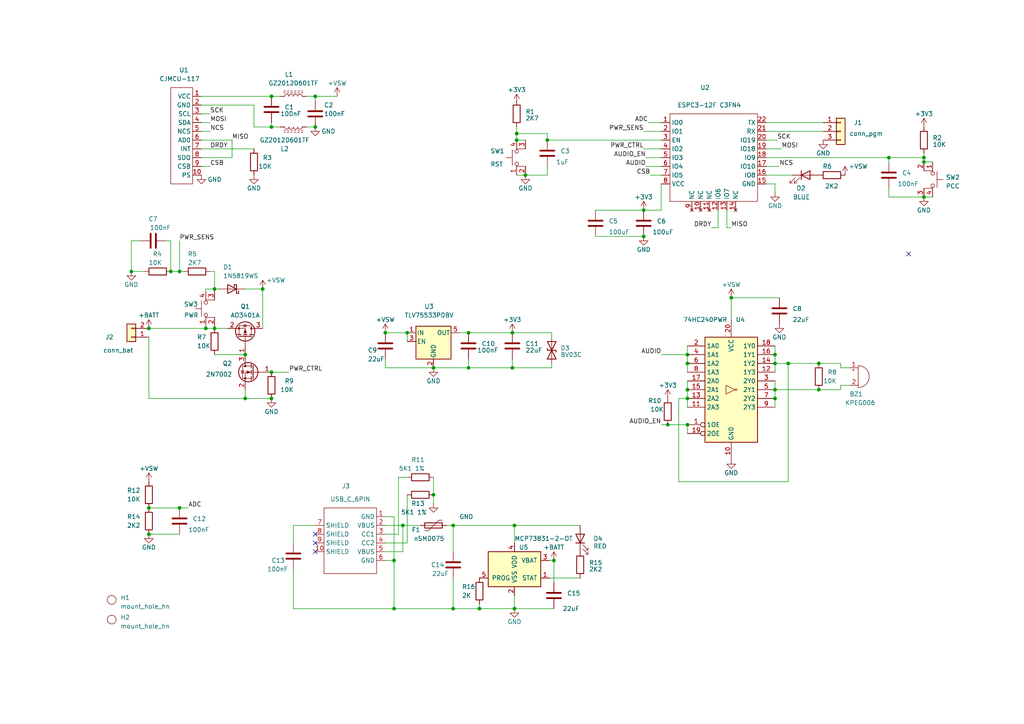
<source format=kicad_sch>
(kicad_sch (version 20220126) (generator eeschema)
  (paper "A4")
  (lib_symbols
    (symbol "00_hari:CJMCU-117"
      (property "Reference" "U" (at 0 11.43 0))
      (property "Value" "CJMCU-117" (at 0 8.89 0))
      (symbol "CJMCU-117_0_1"
        (rectangle (start -6.35 2.54) (end 0 -25.4))
      )
      (symbol "CJMCU-117_1_1"
        (pin passive line (at 2.54 0 180) (length 2.54) (name "VCC") (number "1"))
        (pin input line (at 2.54 -22.86 180) (length 2.54) (name "PS") (number "10"))
        (pin passive line (at 2.54 -2.54 180) (length 2.54) (name "GND") (number "2"))
        (pin input line (at 2.54 -5.08 180) (length 2.54) (name "SCL") (number "3"))
        (pin bidirectional line (at 2.54 -7.62 180) (length 2.54) (name "SDA") (number "4"))
        (pin input line (at 2.54 -10.16 180) (length 2.54) (name "NCS") (number "5"))
        (pin input line (at 2.54 -12.7 180) (length 2.54) (name "AD0") (number "6"))
        (pin output line (at 2.54 -15.24 180) (length 2.54) (name "INT") (number "7"))
        (pin output line (at 2.54 -17.78 180) (length 2.54) (name "SDO") (number "8"))
        (pin input line (at 2.54 -20.32 180) (length 2.54) (name "CSB") (number "9"))
      )
    )
    (symbol "00_hari:ESPC3-12F"
      (property "Reference" "U" (at -1.27 13.97 0))
      (property "Value" "ESPC3-12F" (at -1.27 16.51 0))
      (symbol "ESPC3-12F_0_1"
        (rectangle (start -12.7 11.43) (end 12.7 -13.97))
      )
      (symbol "ESPC3-12F_1_1"
        (pin bidirectional line (at -15.24 8.89 0) (length 2.54) (name "IO0") (number "1"))
        (pin no_connect line (at -3.81 -16.51 90) (length 2.54) (name "NC") (number "10"))
        (pin no_connect line (at -1.27 -16.51 90) (length 2.54) (name "NC") (number "11"))
        (pin bidirectional line (at 1.27 -16.51 90) (length 2.54) (name "IO6") (number "12"))
        (pin bidirectional line (at 3.81 -16.51 90) (length 2.54) (name "IO7") (number "13"))
        (pin no_connect line (at 6.35 -16.51 90) (length 2.54) (name "NC") (number "14"))
        (pin power_in line (at 15.24 -8.89 180) (length 2.54) (name "GND") (number "15"))
        (pin bidirectional line (at 15.24 -6.35 180) (length 2.54) (name "IO8") (number "16"))
        (pin bidirectional line (at 15.24 -3.81 180) (length 2.54) (name "IO10") (number "17"))
        (pin bidirectional line (at 15.24 -1.27 180) (length 2.54) (name "IO9") (number "18"))
        (pin bidirectional line (at 15.24 1.27 180) (length 2.54) (name "IO18") (number "19"))
        (pin bidirectional line (at -15.24 6.35 0) (length 2.54) (name "IO1") (number "2"))
        (pin bidirectional line (at 15.24 3.81 180) (length 2.54) (name "IO19") (number "20"))
        (pin input line (at 15.24 6.35 180) (length 2.54) (name "RX") (number "21"))
        (pin output line (at 15.24 8.89 180) (length 2.54) (name "TX") (number "22"))
        (pin input line (at -15.24 3.81 0) (length 2.54) (name "EN") (number "3"))
        (pin bidirectional line (at -15.24 1.27 0) (length 2.54) (name "IO2") (number "4"))
        (pin bidirectional line (at -15.24 -1.27 0) (length 2.54) (name "IO3") (number "5"))
        (pin bidirectional line (at -15.24 -3.81 0) (length 2.54) (name "IO4") (number "6"))
        (pin bidirectional line (at -15.24 -6.35 0) (length 2.54) (name "IO5") (number "7"))
        (pin power_in line (at -15.24 -8.89 0) (length 2.54) (name "VCC") (number "8"))
        (pin no_connect line (at -6.35 -16.51 90) (length 2.54) (name "NC") (number "9"))
      )
    )
    (symbol "00_hari:USB_C_6PIN"
      (property "Reference" "J" (at 7.62 7.62 0))
      (property "Value" "USB_C_6PIN" (at 7.62 5.08 0))
      (symbol "USB_C_6PIN_0_1"
        (rectangle (start 0 2.54) (end 15.24 -16.51))
      )
      (symbol "USB_C_6PIN_1_1"
        (pin passive line (at -2.54 0 0) (length 2.54) (name "GND") (number "1"))
        (pin passive line (at 17.78 -10.16 180) (length 2.54) (name "SHIELD") (number "10"))
        (pin passive line (at -2.54 -2.54 0) (length 2.54) (name "VBUS") (number "2"))
        (pin passive line (at -2.54 -5.08 0) (length 2.54) (name "CC1") (number "3"))
        (pin passive line (at -2.54 -7.62 0) (length 2.54) (name "CC2") (number "4"))
        (pin passive line (at -2.54 -10.16 0) (length 2.54) (name "VBUS") (number "5"))
        (pin passive line (at -2.54 -12.7 0) (length 2.54) (name "GND") (number "6"))
        (pin passive line (at 17.78 -2.54 180) (length 2.54) (name "SHIELD") (number "7"))
        (pin passive line (at 17.78 -5.08 180) (length 2.54) (name "SHIELD") (number "8"))
        (pin passive line (at 17.78 -7.62 180) (length 2.54) (name "SHIELD") (number "9"))
      )
    )
    (symbol "00_hari:mount_hole_hn"
      (property "Reference" "H" (at 0 6.35 0))
      (property "Value" "mount_hole_hn" (at 1.27 3.81 0))
      (symbol "mount_hole_hn_0_1"
        (circle (center 0 0) (radius 1.27))
      )
    )
    (symbol "74xx:74HC240"
      (property "Reference" "U" (at -7.62 16.51 0))
      (property "Value" "74HC240" (at -7.62 -16.51 0))
      (symbol "74HC240_1_0"
        (polyline (pts (xy 1.016 0) (xy -1.524 1.27) (xy -1.524 -1.27) (xy 1.016 0)) (stroke (width 0.1524)))
        (circle (center 1.397 0) (radius 0.254) (stroke (width 0.1524)))
        (pin input inverted (at -12.7 -10.16 0) (length 5.08) (name "1OE") (number "1"))
        (pin power_in line (at 0 -20.32 90) (length 5.08) (name "GND") (number "10"))
        (pin input line (at -12.7 -5.08 0) (length 5.08) (name "2A3") (number "11"))
        (pin tri_state line (at 12.7 5.08 180) (length 5.08) (name "1Y3") (number "12"))
        (pin input line (at -12.7 -2.54 0) (length 5.08) (name "2A2") (number "13"))
        (pin tri_state line (at 12.7 7.62 180) (length 5.08) (name "1Y2") (number "14"))
        (pin input line (at -12.7 0 0) (length 5.08) (name "2A1") (number "15"))
        (pin tri_state line (at 12.7 10.16 180) (length 5.08) (name "1Y1") (number "16"))
        (pin input line (at -12.7 2.54 0) (length 5.08) (name "2A0") (number "17"))
        (pin tri_state line (at 12.7 12.7 180) (length 5.08) (name "1Y0") (number "18"))
        (pin input inverted (at -12.7 -12.7 0) (length 5.08) (name "2OE") (number "19"))
        (pin input line (at -12.7 12.7 0) (length 5.08) (name "1A0") (number "2"))
        (pin power_in line (at 0 20.32 270) (length 5.08) (name "VCC") (number "20"))
        (pin tri_state line (at 12.7 2.54 180) (length 5.08) (name "2Y0") (number "3"))
        (pin input line (at -12.7 10.16 0) (length 5.08) (name "1A1") (number "4"))
        (pin tri_state line (at 12.7 0 180) (length 5.08) (name "2Y1") (number "5"))
        (pin input line (at -12.7 7.62 0) (length 5.08) (name "1A2") (number "6"))
        (pin tri_state line (at 12.7 -2.54 180) (length 5.08) (name "2Y2") (number "7"))
        (pin input line (at -12.7 5.08 0) (length 5.08) (name "1A3") (number "8"))
        (pin tri_state line (at 12.7 -5.08 180) (length 5.08) (name "2Y3") (number "9"))
      )
      (symbol "74HC240_1_1"
        (rectangle (start -7.62 15.24) (end 7.62 -15.24) (stroke (width 0.254)) (fill (type background)))
      )
    )
    (symbol "Battery_Management:MCP73831-2-OT" (pin_names (offset 1.016))
      (property "Reference" "U" (at -7.62 6.35 0))
      (property "Value" "MCP73831-2-OT" (at 1.27 6.35 0))
      (symbol "MCP73831-2-OT_0_1"
        (rectangle (start -7.62 5.08) (end 7.62 -5.08) (stroke (width 0.254)) (fill (type background)))
      )
      (symbol "MCP73831-2-OT_1_1"
        (pin output line (at 10.16 -2.54 180) (length 2.54) (name "STAT") (number "1"))
        (pin power_in line (at 0 -7.62 90) (length 2.54) (name "VSS") (number "2"))
        (pin power_out line (at 10.16 2.54 180) (length 2.54) (name "VBAT") (number "3"))
        (pin power_in line (at 0 7.62 270) (length 2.54) (name "VDD") (number "4"))
        (pin input line (at -10.16 -2.54 0) (length 2.54) (name "PROG") (number "5"))
      )
    )
    (symbol "Connector_Generic:Conn_01x02" (pin_names (offset 1.016) hide)
      (property "Reference" "J" (at 0 2.54 0))
      (property "Value" "Conn_01x02" (at 0 -5.08 0))
      (symbol "Conn_01x02_1_1"
        (rectangle (start -1.27 -2.413) (end 0 -2.667) (stroke (width 0.1524)))
        (rectangle (start -1.27 0.127) (end 0 -0.127) (stroke (width 0.1524)))
        (rectangle (start -1.27 1.27) (end 1.27 -3.81) (stroke (width 0.254)) (fill (type background)))
        (pin passive line (at -5.08 0 0) (length 3.81) (name "Pin_1") (number "1"))
        (pin passive line (at -5.08 -2.54 0) (length 3.81) (name "Pin_2") (number "2"))
      )
    )
    (symbol "Connector_Generic:Conn_01x03" (pin_names (offset 1.016) hide)
      (property "Reference" "J" (at 0 5.08 0))
      (property "Value" "Conn_01x03" (at 0 -5.08 0))
      (symbol "Conn_01x03_1_1"
        (rectangle (start -1.27 -2.413) (end 0 -2.667) (stroke (width 0.1524)))
        (rectangle (start -1.27 0.127) (end 0 -0.127) (stroke (width 0.1524)))
        (rectangle (start -1.27 2.667) (end 0 2.413) (stroke (width 0.1524)))
        (rectangle (start -1.27 3.81) (end 1.27 -3.81) (stroke (width 0.254)) (fill (type background)))
        (pin passive line (at -5.08 2.54 0) (length 3.81) (name "Pin_1") (number "1"))
        (pin passive line (at -5.08 0 0) (length 3.81) (name "Pin_2") (number "2"))
        (pin passive line (at -5.08 -2.54 0) (length 3.81) (name "Pin_3") (number "3"))
      )
    )
    (symbol "Device:Buzzer" (pin_names (offset 0.0254) hide)
      (property "Reference" "BZ" (at 3.81 1.27 0))
      (property "Value" "Buzzer" (at 3.81 -1.27 0))
      (symbol "Buzzer_0_1"
        (arc (start 0 -3.175) (mid 3.1612 0) (end 0 3.175))
        (polyline (pts (xy -1.651 1.905) (xy -1.143 1.905)))
        (polyline (pts (xy -1.397 2.159) (xy -1.397 1.651)))
        (polyline (pts (xy 0 3.175) (xy 0 -3.175)))
      )
      (symbol "Buzzer_1_1"
        (pin passive line (at -2.54 2.54 0) (length 2.54) (name "-") (number "1"))
        (pin passive line (at -2.54 -2.54 0) (length 2.54) (name "+") (number "2"))
      )
    )
    (symbol "Device:C" (pin_numbers hide) (pin_names (offset 0.254))
      (property "Reference" "C" (at 0.635 2.54 0))
      (property "Value" "C" (at 0.635 -2.54 0))
      (symbol "C_0_1"
        (polyline (pts (xy -2.032 -0.762) (xy 2.032 -0.762)) (stroke (width 0.508)))
        (polyline (pts (xy -2.032 0.762) (xy 2.032 0.762)) (stroke (width 0.508)))
      )
      (symbol "C_1_1"
        (pin passive line (at 0 3.81 270) (length 2.794) (name "~") (number "1"))
        (pin passive line (at 0 -3.81 90) (length 2.794) (name "~") (number "2"))
      )
    )
    (symbol "Device:D_Schottky" (pin_numbers hide) (pin_names (offset 1.016) hide)
      (property "Reference" "D" (at 0 2.54 0))
      (property "Value" "D_Schottky" (at 0 -2.54 0))
      (symbol "D_Schottky_0_1"
        (polyline (pts (xy 1.27 0) (xy -1.27 0)))
        (polyline (pts (xy 1.27 1.27) (xy 1.27 -1.27) (xy -1.27 0) (xy 1.27 1.27)) (stroke (width 0.254)))
        (polyline (pts (xy -1.905 0.635) (xy -1.905 1.27) (xy -1.27 1.27) (xy -1.27 -1.27) (xy -0.635 -1.27) (xy -0.635 -0.635)) (stroke (width 0.254)))
      )
      (symbol "D_Schottky_1_1"
        (pin passive line (at -3.81 0 0) (length 2.54) (name "K") (number "1"))
        (pin passive line (at 3.81 0 180) (length 2.54) (name "A") (number "2"))
      )
    )
    (symbol "Device:D_TVS" (pin_numbers hide) (pin_names (offset 1.016) hide)
      (property "Reference" "D" (at 0 2.54 0))
      (property "Value" "D_TVS" (at 0 -2.54 0))
      (symbol "D_TVS_0_1"
        (polyline (pts (xy 1.27 0) (xy -1.27 0)))
        (polyline (pts (xy 0.508 1.27) (xy 0 1.27) (xy 0 -1.27) (xy -0.508 -1.27)) (stroke (width 0.254)))
        (polyline (pts (xy -2.54 1.27) (xy -2.54 -1.27) (xy 2.54 1.27) (xy 2.54 -1.27) (xy -2.54 1.27)) (stroke (width 0.254)))
      )
      (symbol "D_TVS_1_1"
        (pin passive line (at -3.81 0 0) (length 2.54) (name "A1") (number "1"))
        (pin passive line (at 3.81 0 180) (length 2.54) (name "A2") (number "2"))
      )
    )
    (symbol "Device:LED" (pin_numbers hide) (pin_names (offset 1.016) hide)
      (property "Reference" "D" (at 0 2.54 0))
      (property "Value" "LED" (at 0 -2.54 0))
      (symbol "LED_0_1"
        (polyline (pts (xy -1.27 -1.27) (xy -1.27 1.27)) (stroke (width 0.254)))
        (polyline (pts (xy -1.27 0) (xy 1.27 0)))
        (polyline (pts (xy 1.27 -1.27) (xy 1.27 1.27) (xy -1.27 0) (xy 1.27 -1.27)) (stroke (width 0.254)))
        (polyline (pts (xy -3.048 -0.762) (xy -4.572 -2.286) (xy -3.81 -2.286) (xy -4.572 -2.286) (xy -4.572 -1.524)))
        (polyline (pts (xy -1.778 -0.762) (xy -3.302 -2.286) (xy -2.54 -2.286) (xy -3.302 -2.286) (xy -3.302 -1.524)))
      )
      (symbol "LED_1_1"
        (pin passive line (at -3.81 0 0) (length 2.54) (name "K") (number "1"))
        (pin passive line (at 3.81 0 180) (length 2.54) (name "A") (number "2"))
      )
    )
    (symbol "Device:L_Ferrite" (pin_numbers hide) (pin_names (offset 1.016) hide)
      (property "Reference" "L" (at -1.27 0 90))
      (property "Value" "L_Ferrite" (at 2.794 0 90))
      (symbol "L_Ferrite_0_1"
        (arc (start 0 -2.54) (mid 0.6323 -1.905) (end 0 -1.27))
        (arc (start 0 -1.27) (mid 0.6323 -0.635) (end 0 0))
        (polyline (pts (xy 1.016 -2.794) (xy 1.016 -2.286)))
        (polyline (pts (xy 1.016 -1.778) (xy 1.016 -1.27)))
        (polyline (pts (xy 1.016 -0.762) (xy 1.016 -0.254)))
        (polyline (pts (xy 1.016 0.254) (xy 1.016 0.762)))
        (polyline (pts (xy 1.016 1.27) (xy 1.016 1.778)))
        (polyline (pts (xy 1.016 2.286) (xy 1.016 2.794)))
        (polyline (pts (xy 1.524 -2.286) (xy 1.524 -2.794)))
        (polyline (pts (xy 1.524 -1.27) (xy 1.524 -1.778)))
        (polyline (pts (xy 1.524 -0.254) (xy 1.524 -0.762)))
        (polyline (pts (xy 1.524 0.762) (xy 1.524 0.254)))
        (polyline (pts (xy 1.524 1.778) (xy 1.524 1.27)))
        (polyline (pts (xy 1.524 2.794) (xy 1.524 2.286)))
        (arc (start 0 0) (mid 0.6323 0.635) (end 0 1.27))
        (arc (start 0 1.27) (mid 0.6323 1.905) (end 0 2.54))
      )
      (symbol "L_Ferrite_1_1"
        (pin passive line (at 0 3.81 270) (length 1.27) (name "1") (number "1"))
        (pin passive line (at 0 -3.81 90) (length 1.27) (name "2") (number "2"))
      )
    )
    (symbol "Device:Polyfuse" (pin_numbers hide) (pin_names (offset 0))
      (property "Reference" "F" (at -2.54 0 90))
      (property "Value" "Polyfuse" (at 2.54 0 90))
      (symbol "Polyfuse_0_1"
        (rectangle (start -0.762 2.54) (end 0.762 -2.54) (stroke (width 0.254)))
        (polyline (pts (xy 0 2.54) (xy 0 -2.54)))
        (polyline (pts (xy -1.524 2.54) (xy -1.524 1.524) (xy 1.524 -1.524) (xy 1.524 -2.54)))
      )
      (symbol "Polyfuse_1_1"
        (pin passive line (at 0 3.81 270) (length 1.27) (name "~") (number "1"))
        (pin passive line (at 0 -3.81 90) (length 1.27) (name "~") (number "2"))
      )
    )
    (symbol "Device:R" (pin_numbers hide) (pin_names (offset 0))
      (property "Reference" "R" (at 2.032 0 90))
      (property "Value" "R" (at 0 0 90))
      (symbol "R_0_1"
        (rectangle (start -1.016 -2.54) (end 1.016 2.54) (stroke (width 0.254)))
      )
      (symbol "R_1_1"
        (pin passive line (at 0 3.81 270) (length 1.27) (name "~") (number "1"))
        (pin passive line (at 0 -3.81 90) (length 1.27) (name "~") (number "2"))
      )
    )
    (symbol "Regulator_Linear:TLV75533PDBV" (pin_names (offset 0.254))
      (property "Reference" "U" (at -3.81 5.715 0))
      (property "Value" "TLV75533PDBV" (at 0 5.715 0))
      (symbol "TLV75533PDBV_0_1"
        (rectangle (start -5.08 4.445) (end 5.08 -5.08) (stroke (width 0.254)) (fill (type background)))
      )
      (symbol "TLV75533PDBV_1_1"
        (pin power_in line (at -7.62 2.54 0) (length 2.54) (name "IN") (number "1"))
        (pin power_in line (at 0 -7.62 90) (length 2.54) (name "GND") (number "2"))
        (pin input line (at -7.62 0 0) (length 2.54) (name "EN") (number "3"))
        (pin no_connect line (at 5.08 0 180) (length 2.54) hide (name "NC") (number "4"))
        (pin power_out line (at 7.62 2.54 180) (length 2.54) (name "OUT") (number "5"))
      )
    )
    (symbol "Switch:SW_MEC_5E" (pin_names (offset 1.016) hide)
      (property "Reference" "SW" (at 0.635 5.715 0))
      (property "Value" "SW_MEC_5E" (at 0 -3.175 0))
      (symbol "SW_MEC_5E_0_1"
        (circle (center -1.778 2.54) (radius 0.508))
        (polyline (pts (xy -2.286 3.81) (xy 2.286 3.81)))
        (polyline (pts (xy 0 3.81) (xy 0 5.588)))
        (polyline (pts (xy -2.54 0) (xy -2.54 2.54) (xy -2.286 2.54)))
        (polyline (pts (xy 2.54 0) (xy 2.54 2.54) (xy 2.286 2.54)))
        (circle (center 1.778 2.54) (radius 0.508))
        (pin passive line (at -5.08 2.54 0) (length 2.54) (name "1") (number "1"))
        (pin passive line (at -5.08 0 0) (length 2.54) (name "2") (number "2"))
        (pin passive line (at 5.08 0 180) (length 2.54) (name "K") (number "3"))
        (pin passive line (at 5.08 2.54 180) (length 2.54) (name "A") (number "4"))
      )
    )
    (symbol "Transistor_FET:AO3401A" (pin_names hide)
      (property "Reference" "Q" (at 5.08 1.905 0))
      (property "Value" "AO3401A" (at 5.08 0 0))
      (symbol "AO3401A_0_1"
        (polyline (pts (xy 0.254 0) (xy -2.54 0)))
        (polyline (pts (xy 0.254 1.905) (xy 0.254 -1.905)) (stroke (width 0.254)))
        (polyline (pts (xy 0.762 -1.27) (xy 0.762 -2.286)) (stroke (width 0.254)))
        (polyline (pts (xy 0.762 0.508) (xy 0.762 -0.508)) (stroke (width 0.254)))
        (polyline (pts (xy 0.762 2.286) (xy 0.762 1.27)) (stroke (width 0.254)))
        (polyline (pts (xy 2.54 2.54) (xy 2.54 1.778)))
        (polyline (pts (xy 2.54 -2.54) (xy 2.54 0) (xy 0.762 0)))
        (polyline (pts (xy 0.762 1.778) (xy 3.302 1.778) (xy 3.302 -1.778) (xy 0.762 -1.778)))
        (polyline (pts (xy 2.286 0) (xy 1.27 0.381) (xy 1.27 -0.381) (xy 2.286 0)) (fill (type outline)))
        (polyline (pts (xy 2.794 -0.508) (xy 2.921 -0.381) (xy 3.683 -0.381) (xy 3.81 -0.254)))
        (polyline (pts (xy 3.302 -0.381) (xy 2.921 0.254) (xy 3.683 0.254) (xy 3.302 -0.381)))
        (circle (center 1.651 0) (radius 2.794) (stroke (width 0.254)))
        (circle (center 2.54 -1.778) (radius 0.254) (fill (type outline)))
        (circle (center 2.54 1.778) (radius 0.254) (fill (type outline)))
      )
      (symbol "AO3401A_1_1"
        (pin input line (at -5.08 0 0) (length 2.54) (name "G") (number "1"))
        (pin passive line (at 2.54 -5.08 90) (length 2.54) (name "S") (number "2"))
        (pin passive line (at 2.54 5.08 270) (length 2.54) (name "D") (number "3"))
      )
    )
    (symbol "Transistor_FET:BSS138" (pin_names hide)
      (property "Reference" "Q" (at 5.08 1.905 0))
      (property "Value" "BSS138" (at 5.08 0 0))
      (symbol "BSS138_0_1"
        (polyline (pts (xy 0.254 0) (xy -2.54 0)))
        (polyline (pts (xy 0.254 1.905) (xy 0.254 -1.905)) (stroke (width 0.254)))
        (polyline (pts (xy 0.762 -1.27) (xy 0.762 -2.286)) (stroke (width 0.254)))
        (polyline (pts (xy 0.762 0.508) (xy 0.762 -0.508)) (stroke (width 0.254)))
        (polyline (pts (xy 0.762 2.286) (xy 0.762 1.27)) (stroke (width 0.254)))
        (polyline (pts (xy 2.54 2.54) (xy 2.54 1.778)))
        (polyline (pts (xy 2.54 -2.54) (xy 2.54 0) (xy 0.762 0)))
        (polyline (pts (xy 0.762 -1.778) (xy 3.302 -1.778) (xy 3.302 1.778) (xy 0.762 1.778)))
        (polyline (pts (xy 1.016 0) (xy 2.032 0.381) (xy 2.032 -0.381) (xy 1.016 0)) (fill (type outline)))
        (polyline (pts (xy 2.794 0.508) (xy 2.921 0.381) (xy 3.683 0.381) (xy 3.81 0.254)))
        (polyline (pts (xy 3.302 0.381) (xy 2.921 -0.254) (xy 3.683 -0.254) (xy 3.302 0.381)))
        (circle (center 1.651 0) (radius 2.794) (stroke (width 0.254)))
        (circle (center 2.54 -1.778) (radius 0.254) (fill (type outline)))
        (circle (center 2.54 1.778) (radius 0.254) (fill (type outline)))
      )
      (symbol "BSS138_1_1"
        (pin input line (at -5.08 0 0) (length 2.54) (name "G") (number "1"))
        (pin passive line (at 2.54 -5.08 90) (length 2.54) (name "S") (number "2"))
        (pin passive line (at 2.54 5.08 270) (length 2.54) (name "D") (number "3"))
      )
    )
    (symbol "power:+3.3V" (power) (pin_names (offset 0))
      (property "Value" "+3.3V" (at 0 3.556 0))
      (symbol "+3.3V_0_1"
        (polyline (pts (xy -0.762 1.27) (xy 0 2.54)))
        (polyline (pts (xy 0 0) (xy 0 2.54)))
        (polyline (pts (xy 0 2.54) (xy 0.762 1.27)))
      )
      (symbol "+3.3V_1_1"
        (pin power_in line (at 0 0 90) (length 0) hide (name "+3V3") (number "1"))
      )
    )
    (symbol "power:+BATT" (power) (pin_names (offset 0))
      (property "Value" "+BATT" (at 0 3.556 0))
      (symbol "+BATT_0_1"
        (polyline (pts (xy -0.762 1.27) (xy 0 2.54)))
        (polyline (pts (xy 0 0) (xy 0 2.54)))
        (polyline (pts (xy 0 2.54) (xy 0.762 1.27)))
      )
      (symbol "+BATT_1_1"
        (pin power_in line (at 0 0 90) (length 0) hide (name "+BATT") (number "1"))
      )
    )
    (symbol "power:+VSW" (power) (pin_names (offset 0))
      (property "Value" "+VSW" (at 0 3.556 0))
      (symbol "+VSW_0_1"
        (polyline (pts (xy -0.762 1.27) (xy 0 2.54)))
        (polyline (pts (xy 0 0) (xy 0 2.54)))
        (polyline (pts (xy 0 2.54) (xy 0.762 1.27)))
      )
      (symbol "+VSW_1_1"
        (pin power_in line (at 0 0 90) (length 0) hide (name "+VSW") (number "1"))
      )
    )
    (symbol "power:GND" (power) (pin_names (offset 0))
      (property "Value" "GND" (at 0 -3.81 0))
      (symbol "GND_0_1"
        (polyline (pts (xy 0 0) (xy 0 -1.27) (xy 1.27 -1.27) (xy 0 -2.54) (xy -1.27 -1.27) (xy 0 -1.27)))
      )
      (symbol "GND_1_1"
        (pin power_in line (at 0 0 270) (length 0) hide (name "GND") (number "1"))
      )
    )
  )
  (junction (at 71.12 102.87))
  (junction (at 52.07 78.74))
  (junction (at 125.73 106.68))
  (junction (at 59.69 95.25))
  (junction (at 135.89 96.52))
  (junction (at 257.81 45.72))
  (junction (at 78.74 115.57))
  (junction (at 152.4 50.8))
  (junction (at 78.74 27.94))
  (junction (at 91.44 36.83))
  (junction (at 149.225 152.4))
  (junction (at 118.11 96.52))
  (junction (at 78.74 107.95))
  (junction (at 114.3 162.56))
  (junction (at 71.12 115.57))
  (junction (at 224.79 102.87))
  (junction (at 160.655 162.56))
  (junction (at 199.39 102.87))
  (junction (at 193.675 123.19))
  (junction (at 131.445 152.4))
  (junction (at 267.97 57.15))
  (junction (at 199.39 123.19))
  (junction (at 224.79 105.41))
  (junction (at 43.18 147.32))
  (junction (at 186.69 60.96))
  (junction (at 91.44 27.94))
  (junction (at 78.74 36.83))
  (junction (at 148.59 96.52))
  (junction (at 149.86 38.735))
  (junction (at 49.53 78.74))
  (junction (at 114.3 176.53))
  (junction (at 186.69 68.58))
  (junction (at 228.6 105.41))
  (junction (at 149.225 176.53))
  (junction (at 62.23 83.82))
  (junction (at 43.18 154.94))
  (junction (at 199.39 105.41))
  (junction (at 267.97 46.99))
  (junction (at 212.09 86.36))
  (junction (at 199.39 115.57))
  (junction (at 62.23 95.25))
  (junction (at 237.49 105.41))
  (junction (at 111.76 96.52))
  (junction (at 139.065 176.53))
  (junction (at 224.79 113.03))
  (junction (at 76.2 83.82))
  (junction (at 43.18 95.25))
  (junction (at 38.1 78.74))
  (junction (at 224.79 115.57))
  (junction (at 131.445 176.53))
  (junction (at 199.39 113.03))
  (junction (at 125.73 143.51))
  (junction (at 116.84 152.4))
  (junction (at 149.86 40.64))
  (junction (at 52.07 147.32))
  (junction (at 237.49 113.03))
  (junction (at 158.75 40.64))
  (junction (at 267.97 45.72))
  (junction (at 135.89 106.68))
  (junction (at 148.59 106.68))
  (no_connect (at 91.44 154.94))
  (no_connect (at 91.44 157.48))
  (no_connect (at 91.44 160.02))
  (no_connect (at 263.525 73.66))
  (wire (pts (xy 228.6 139.7) (xy 228.6 105.41)))
  (wire (pts (xy 243.84 106.68) (xy 246.38 106.68)))
  (wire (pts (xy 111.76 106.68) (xy 125.73 106.68)))
  (wire (pts (xy 208.28 66.04) (xy 208.28 60.96)))
  (wire (pts (xy 224.79 53.34) (xy 224.79 55.88)))
  (wire (pts (xy 114.3 149.86) (xy 114.3 162.56)))
  (wire (pts (xy 257.81 57.15) (xy 267.97 57.15)))
  (wire (pts (xy 118.11 143.51) (xy 118.11 157.48)))
  (wire (pts (xy 186.69 60.96) (xy 191.77 60.96)))
  (wire (pts (xy 186.69 43.18) (xy 191.77 43.18)))
  (wire (pts (xy 139.065 175.26) (xy 139.065 176.53)))
  (wire (pts (xy 225.425 40.64) (xy 222.25 40.64)))
  (wire (pts (xy 135.89 106.68) (xy 135.89 104.14)))
  (wire (pts (xy 71.12 115.57) (xy 78.74 115.57)))
  (wire (pts (xy 228.6 105.41) (xy 237.49 105.41)))
  (wire (pts (xy 48.26 69.85) (xy 49.53 69.85)))
  (wire (pts (xy 58.42 40.64) (xy 67.31 40.64)))
  (wire (pts (xy 111.76 96.52) (xy 118.11 96.52)))
  (wire (pts (xy 160.655 176.53) (xy 149.225 176.53)))
  (wire (pts (xy 191.77 123.19) (xy 193.675 123.19)))
  (wire (pts (xy 148.59 96.52) (xy 160.02 96.52)))
  (wire (pts (xy 212.09 92.71) (xy 212.09 86.36)))
  (wire (pts (xy 43.18 95.25) (xy 59.69 95.25)))
  (wire (pts (xy 267.97 45.72) (xy 267.97 46.99)))
  (wire (pts (xy 43.18 147.32) (xy 52.07 147.32)))
  (wire (pts (xy 149.86 40.64) (xy 152.4 40.64)))
  (wire (pts (xy 159.385 162.56) (xy 160.655 162.56)))
  (wire (pts (xy 88.9 27.94) (xy 91.44 27.94)))
  (wire (pts (xy 43.18 94.615) (xy 43.18 95.25)))
  (wire (pts (xy 158.75 38.735) (xy 149.86 38.735)))
  (wire (pts (xy 131.445 160.02) (xy 131.445 152.4)))
  (wire (pts (xy 224.79 105.41) (xy 224.79 107.95)))
  (wire (pts (xy 222.25 35.56) (xy 238.76 35.56)))
  (wire (pts (xy 224.79 110.49) (xy 224.79 113.03)))
  (wire (pts (xy 49.53 69.85) (xy 49.53 78.74)))
  (wire (pts (xy 62.23 78.74) (xy 62.23 83.82)))
  (wire (pts (xy 199.39 105.41) (xy 199.39 107.95)))
  (wire (pts (xy 111.76 162.56) (xy 114.3 162.56)))
  (wire (pts (xy 115.57 138.43) (xy 118.11 138.43)))
  (wire (pts (xy 125.73 143.51) (xy 125.73 146.05)))
  (wire (pts (xy 67.31 40.64) (xy 67.31 45.72)))
  (wire (pts (xy 158.75 40.64) (xy 158.75 38.735)))
  (wire (pts (xy 52.07 147.32) (xy 54.61 147.32)))
  (wire (pts (xy 196.85 139.7) (xy 228.6 139.7)))
  (wire (pts (xy 71.12 113.03) (xy 71.12 115.57)))
  (wire (pts (xy 257.81 45.72) (xy 267.97 45.72)))
  (wire (pts (xy 91.44 29.21) (xy 91.44 27.94)))
  (wire (pts (xy 149.225 176.53) (xy 149.225 172.72)))
  (wire (pts (xy 187.96 35.56) (xy 191.77 35.56)))
  (wire (pts (xy 73.66 30.48) (xy 73.66 36.83)))
  (wire (pts (xy 58.42 38.1) (xy 60.96 38.1)))
  (wire (pts (xy 196.85 115.57) (xy 196.85 139.7)))
  (wire (pts (xy 58.42 43.18) (xy 73.66 43.18)))
  (wire (pts (xy 199.39 100.33) (xy 199.39 102.87)))
  (wire (pts (xy 187.325 48.26) (xy 191.77 48.26)))
  (wire (pts (xy 212.09 66.04) (xy 210.82 66.04)))
  (wire (pts (xy 133.35 96.52) (xy 135.89 96.52)))
  (wire (pts (xy 224.79 100.33) (xy 224.79 102.87)))
  (wire (pts (xy 43.18 115.57) (xy 43.18 97.79)))
  (wire (pts (xy 78.74 27.94) (xy 81.28 27.94)))
  (wire (pts (xy 224.79 113.03) (xy 237.49 113.03)))
  (wire (pts (xy 78.74 36.83) (xy 81.28 36.83)))
  (wire (pts (xy 158.75 50.8) (xy 152.4 50.8)))
  (wire (pts (xy 58.42 48.26) (xy 60.96 48.26)))
  (wire (pts (xy 257.81 54.61) (xy 257.81 57.15)))
  (wire (pts (xy 114.3 162.56) (xy 114.3 176.53)))
  (wire (pts (xy 267.97 57.15) (xy 270.51 57.15)))
  (wire (pts (xy 131.445 167.64) (xy 131.445 176.53)))
  (wire (pts (xy 222.25 50.8) (xy 229.87 50.8)))
  (wire (pts (xy 85.09 152.4) (xy 91.44 152.4)))
  (wire (pts (xy 199.39 110.49) (xy 199.39 113.03)))
  (wire (pts (xy 267.97 46.99) (xy 270.51 46.99)))
  (wire (pts (xy 149.86 36.83) (xy 149.86 38.735)))
  (wire (pts (xy 38.1 78.74) (xy 41.91 78.74)))
  (wire (pts (xy 149.86 50.8) (xy 152.4 50.8)))
  (wire (pts (xy 158.75 40.64) (xy 191.77 40.64)))
  (wire (pts (xy 85.09 165.1) (xy 85.09 176.53)))
  (wire (pts (xy 199.39 102.87) (xy 199.39 105.41)))
  (wire (pts (xy 125.73 138.43) (xy 125.73 143.51)))
  (wire (pts (xy 73.66 36.83) (xy 78.74 36.83)))
  (wire (pts (xy 206.375 66.04) (xy 208.28 66.04)))
  (wire (pts (xy 59.69 94.615) (xy 59.69 95.25)))
  (wire (pts (xy 158.75 48.26) (xy 158.75 50.8)))
  (wire (pts (xy 159.385 167.64) (xy 168.275 167.64)))
  (wire (pts (xy 114.3 176.53) (xy 131.445 176.53)))
  (wire (pts (xy 62.23 83.82) (xy 63.5 83.82)))
  (wire (pts (xy 237.49 105.41) (xy 243.84 105.41)))
  (wire (pts (xy 149.225 152.4) (xy 168.275 152.4)))
  (wire (pts (xy 111.76 149.86) (xy 114.3 149.86)))
  (wire (pts (xy 224.79 115.57) (xy 224.79 118.11)))
  (wire (pts (xy 267.97 44.45) (xy 267.97 45.72)))
  (wire (pts (xy 58.42 45.72) (xy 67.31 45.72)))
  (wire (pts (xy 111.76 160.02) (xy 116.84 160.02)))
  (wire (pts (xy 58.42 35.56) (xy 60.96 35.56)))
  (wire (pts (xy 187.325 45.72) (xy 191.77 45.72)))
  (wire (pts (xy 188.595 50.8) (xy 191.77 50.8)))
  (wire (pts (xy 62.23 94.615) (xy 62.23 95.25)))
  (wire (pts (xy 191.77 53.34) (xy 191.77 60.96)))
  (wire (pts (xy 237.49 113.03) (xy 243.84 113.03)))
  (wire (pts (xy 62.23 102.87) (xy 71.12 102.87)))
  (wire (pts (xy 131.445 152.4) (xy 149.225 152.4)))
  (wire (pts (xy 224.79 105.41) (xy 228.6 105.41)))
  (wire (pts (xy 149.225 152.4) (xy 149.225 157.48)))
  (wire (pts (xy 91.44 27.94) (xy 97.79 27.94)))
  (wire (pts (xy 210.82 66.04) (xy 210.82 60.96)))
  (wire (pts (xy 118.11 96.52) (xy 118.11 99.06)))
  (wire (pts (xy 111.76 152.4) (xy 116.84 152.4)))
  (wire (pts (xy 78.74 107.95) (xy 83.82 107.95)))
  (wire (pts (xy 111.76 157.48) (xy 118.11 157.48)))
  (wire (pts (xy 148.59 106.68) (xy 148.59 104.14)))
  (wire (pts (xy 88.9 36.83) (xy 91.44 36.83)))
  (wire (pts (xy 60.96 78.74) (xy 62.23 78.74)))
  (wire (pts (xy 116.84 160.02) (xy 116.84 152.4)))
  (wire (pts (xy 199.39 115.57) (xy 199.39 118.11)))
  (wire (pts (xy 76.2 83.82) (xy 71.12 83.82)))
  (wire (pts (xy 222.25 38.1) (xy 238.76 38.1)))
  (wire (pts (xy 59.69 84.455) (xy 59.69 83.82)))
  (wire (pts (xy 52.07 78.74) (xy 53.34 78.74)))
  (wire (pts (xy 186.69 38.1) (xy 191.77 38.1)))
  (wire (pts (xy 131.445 176.53) (xy 139.065 176.53)))
  (wire (pts (xy 224.79 113.03) (xy 224.79 115.57)))
  (wire (pts (xy 243.84 105.41) (xy 243.84 106.68)))
  (wire (pts (xy 59.69 95.25) (xy 62.23 95.25)))
  (wire (pts (xy 49.53 78.74) (xy 52.07 78.74)))
  (wire (pts (xy 148.59 106.68) (xy 160.02 106.68)))
  (wire (pts (xy 59.69 83.82) (xy 62.23 83.82)))
  (wire (pts (xy 226.695 43.18) (xy 222.25 43.18)))
  (wire (pts (xy 78.74 35.56) (xy 78.74 36.83)))
  (wire (pts (xy 243.84 113.03) (xy 243.84 111.76)))
  (wire (pts (xy 199.39 115.57) (xy 196.85 115.57)))
  (wire (pts (xy 212.09 86.36) (xy 226.06 86.36)))
  (wire (pts (xy 71.12 115.57) (xy 43.18 115.57)))
  (wire (pts (xy 172.72 60.96) (xy 186.69 60.96)))
  (wire (pts (xy 85.09 176.53) (xy 114.3 176.53)))
  (wire (pts (xy 76.2 95.25) (xy 76.2 83.82)))
  (wire (pts (xy 111.76 104.14) (xy 111.76 106.68)))
  (wire (pts (xy 58.42 30.48) (xy 73.66 30.48)))
  (wire (pts (xy 135.89 96.52) (xy 148.59 96.52)))
  (wire (pts (xy 222.25 53.34) (xy 224.79 53.34)))
  (wire (pts (xy 199.39 123.19) (xy 199.39 125.73)))
  (wire (pts (xy 160.02 96.52) (xy 160.02 97.79)))
  (wire (pts (xy 85.09 152.4) (xy 85.09 157.48)))
  (wire (pts (xy 199.39 113.03) (xy 199.39 115.57)))
  (wire (pts (xy 172.72 68.58) (xy 186.69 68.58)))
  (wire (pts (xy 224.79 102.87) (xy 224.79 105.41)))
  (wire (pts (xy 160.02 106.68) (xy 160.02 105.41)))
  (wire (pts (xy 257.81 46.99) (xy 257.81 45.72)))
  (wire (pts (xy 222.25 48.26) (xy 226.06 48.26)))
  (wire (pts (xy 135.89 106.68) (xy 148.59 106.68)))
  (wire (pts (xy 243.84 111.76) (xy 246.38 111.76)))
  (wire (pts (xy 160.655 162.56) (xy 160.655 168.91)))
  (wire (pts (xy 43.18 154.94) (xy 52.07 154.94)))
  (wire (pts (xy 222.25 45.72) (xy 257.81 45.72)))
  (wire (pts (xy 58.42 27.94) (xy 78.74 27.94)))
  (wire (pts (xy 115.57 154.94) (xy 115.57 138.43)))
  (wire (pts (xy 62.23 84.455) (xy 62.23 83.82)))
  (wire (pts (xy 58.42 33.02) (xy 60.96 33.02)))
  (wire (pts (xy 149.86 38.735) (xy 149.86 40.64)))
  (wire (pts (xy 116.84 152.4) (xy 121.92 152.4)))
  (wire (pts (xy 191.77 102.87) (xy 199.39 102.87)))
  (wire (pts (xy 52.07 69.85) (xy 52.07 78.74)))
  (wire (pts (xy 62.23 95.25) (xy 66.04 95.25)))
  (wire (pts (xy 129.54 152.4) (xy 131.445 152.4)))
  (wire (pts (xy 149.86 29.845) (xy 149.86 29.21)))
  (wire (pts (xy 38.1 69.85) (xy 38.1 78.74)))
  (wire (pts (xy 193.675 123.19) (xy 199.39 123.19)))
  (wire (pts (xy 40.64 69.85) (xy 38.1 69.85)))
  (wire (pts (xy 111.76 154.94) (xy 115.57 154.94)))
  (wire (pts (xy 139.065 176.53) (xy 149.225 176.53)))
  (wire (pts (xy 125.73 106.68) (xy 135.89 106.68)))
  (label "DRDY" (at 60.96 43.18 0))
  (label "CSB" (at 188.595 50.8 0))
  (label "CSB" (at 60.96 48.26 0))
  (label "PWR_SENS" (at 186.69 38.1 0))
  (label "AUDIO_EN" (at 187.325 45.72 0))
  (label "AUDIO_EN" (at 191.77 123.19 0))
  (label "NCS" (at 60.96 38.1 0))
  (label "MISO" (at 212.09 66.04 0))
  (label "AUDIO" (at 191.77 102.87 0))
  (label "ADC" (at 54.61 147.32 0))
  (label "NCS" (at 226.06 48.26 0))
  (label "MOSI" (at 226.695 43.18 0))
  (label "PWR_SENS" (at 52.07 69.85 0))
  (label "MISO" (at 67.31 40.64 0))
  (label "MOSI" (at 60.96 35.56 0))
  (label "SCK" (at 225.425 40.64 0))
  (label "AUDIO" (at 187.325 48.26 0))
  (label "PWR_CTRL" (at 186.69 43.18 0))
  (label "DRDY" (at 206.375 66.04 0))
  (label "SCK" (at 60.96 33.02 0))
  (label "ADC" (at 187.96 35.56 0))
  (label "PWR_CTRL" (at 83.82 107.95 0))
  (symbol (lib_id "Device:D_Schottky") (at 67.31 83.82 180) (unit 1)
    (property "Reference" "D1" (at 66.04 77.47 0))
    (property "Value" "1N5819WS" (at 69.85 80.01 0))
    (property "Footprint" "00_project_footprints:D_SOD-323_HandSoldering" (effects hide))
    (property "LCSC" "C191023" (effects hide))
  )
  (symbol (lib_id "Device:R") (at 139.065 171.45 180) (unit 1)
    (property "Reference" "R16" (at 133.985 170.18 0) (effects (justify right)))
    (property "Value" "2K" (at 133.985 172.72 0) (effects (justify right)))
    (property "Footprint" "00_project_footprints:R_0805_2012Metric_Pad1.20x1.40mm_HandSolder" (effects hide))
    (property "LCSC" "C17604" (effects hide))
  )
  (symbol (lib_id "Device:LED") (at 168.275 156.21 90) (unit 1)
    (property "Reference" "D4" (at 172.085 156.21 90) (effects (justify right)))
    (property "Value" "RED" (at 172.085 158.4325 90) (effects (justify right)))
    (property "Footprint" "00_project_footprints:LED_0805_2012Metric_Pad1.15x1.40mm_HandSolder" (effects hide))
    (property "LCSC" "C138549" (effects hide))
  )
  (symbol (lib_id "00_hari:mount_hole_hn") (at 32.385 179.705 0) (unit 1)
    (property "Reference" "H2" (at 34.925 179.07 0) (effects (justify left)))
    (property "Value" "mount_hole_hn" (at 34.925 181.61 0) (effects (justify left)))
    (property "Footprint" "00_project_footprints:MountingHole_2.5mm" (effects hide))
  )
  (symbol (lib_id "Device:R") (at 267.97 40.64 0) (unit 1)
    (property "Reference" "R2" (at 270.51 40.005 0) (effects (justify left)))
    (property "Value" "10K" (at 270.51 41.91 0) (effects (justify left)))
    (property "Footprint" "00_project_footprints:R_0805_2012Metric_Pad1.20x1.40mm_HandSolder" (effects hide))
    (property "LCSC" "C17724" (effects hide))
  )
  (symbol (lib_id "Device:C") (at 135.89 100.33 0) (unit 1)
    (property "Reference" "C10" (at 139.7 99.695 0) (effects (justify left)))
    (property "Value" "100nF" (at 138.43 101.6 0) (effects (justify left)))
    (property "Footprint" "00_project_footprints:C_0805_2012Metric_Pad1.18x1.45mm_HandSolder" (effects hide))
    (property "LCSC" "C49678" (effects hide))
  )
  (symbol (lib_id "power:+VSW") (at 97.79 27.94 0) (unit 1)
    (property "Reference" "#PWR01" (effects hide))
    (property "Value" "+VSW" (at 97.79 24.13 0))
  )
  (symbol (lib_id "power:GND") (at 125.73 146.05 0) (mirror y) (unit 1)
    (property "Reference" "#PWR026" (effects hide))
    (property "Value" "GND" (at 135.255 149.86 0))
  )
  (symbol (lib_id "power:GND") (at 125.73 106.68 0) (unit 1)
    (property "Reference" "#PWR021" (effects hide))
    (property "Value" "GND" (at 125.73 110.49 0))
  )
  (symbol (lib_id "power:+VSW") (at 43.18 139.7 0) (unit 1)
    (property "Reference" "#PWR025" (effects hide))
    (property "Value" "+VSW" (at 43.18 135.89 0))
  )
  (symbol (lib_id "power:+3.3V") (at 193.675 115.57 0) (unit 1)
    (property "Reference" "#PWR023" (effects hide))
    (property "Value" "+3.3V" (at 193.675 111.76 0))
  )
  (symbol (lib_id "74xx:74HC240") (at 212.09 113.03 0) (unit 1)
    (property "Reference" "U4" (at 213.36 92.71 0) (effects (justify left)))
    (property "Value" "74HC240PWR" (at 198.12 92.71 0) (effects (justify left)))
    (property "Footprint" "00_project_footprints:SSOP-20_4.4x6.5mm_P0.65mm" (effects hide))
    (property "Datasheet" "https://assets.nexperia.com/documents/data-sheet/74HC_HCT240.pdf" (effects hide))
    (property "LCSC" "C470968" (effects hide))
  )
  (symbol (lib_id "power:GND") (at 73.66 50.8 0) (unit 1)
    (property "Reference" "#PWR07" (effects hide))
    (property "Value" "GND" (at 73.66 54.61 0))
  )
  (symbol (lib_id "power:GND") (at 267.97 57.15 0) (unit 1)
    (property "Reference" "#PWR010" (effects hide))
    (property "Value" "GND" (at 267.97 60.96 0))
  )
  (symbol (lib_id "power:GND") (at 58.42 50.8 0) (unit 1)
    (property "Reference" "#PWR06" (effects hide))
    (property "Value" "GND" (at 62.23 52.07 0))
  )
  (symbol (lib_id "00_hari:CJMCU-117") (at 55.88 27.94 0) (unit 1)
    (property "Reference" "U1" (at 53.34 20.32 0))
    (property "Value" "CJMCU-117" (at 52.07 22.86 0))
    (property "Footprint" "00_project_footprints:cjmcu_117_hn" (effects hide))
  )
  (symbol (lib_id "Transistor_FET:BSS138") (at 73.66 107.95 0) (mirror y) (unit 1)
    (property "Reference" "Q2" (at 67.31 105.41 0) (effects (justify left)))
    (property "Value" "2N7002" (at 67.31 108.585 0) (effects (justify left)))
    (property "Footprint" "00_project_footprints:SOT-23_Handsoldering" (effects hide))
    (property "Datasheet" "https://www.onsemi.com/pub/Collateral/BSS138-D.PDF" (effects hide))
    (property "LCSC" "C8545" (effects hide))
  )
  (symbol (lib_id "Device:LED") (at 233.68 50.8 0) (unit 1)
    (property "Reference" "D2" (at 233.68 54.61 0) (effects (justify right)))
    (property "Value" "BLUE" (at 234.95 57.15 0) (effects (justify right)))
    (property "Footprint" "00_project_footprints:LED_0805_2012Metric_Pad1.15x1.40mm_HandSolder" (effects hide))
    (property "LCSC" "C189307" (effects hide))
  )
  (symbol (lib_id "Switch:SW_MEC_5E") (at 62.23 89.535 90) (unit 1)
    (property "Reference" "SW3" (at 53.34 88.265 90) (effects (justify right)))
    (property "Value" "PWR" (at 53.34 91.44 90) (effects (justify right)))
    (property "Footprint" "00_project_footprints:smd_btn4_hn" (effects hide))
    (property "Datasheet" "http://www.apem.com/int/index.php?controller=attachment&id_attachment=1371" (effects hide))
  )
  (symbol (lib_id "power:+3.3V") (at 267.97 36.83 0) (unit 1)
    (property "Reference" "#PWR04" (effects hide))
    (property "Value" "+3.3V" (at 267.97 33.02 0))
  )
  (symbol (lib_id "power:GND") (at 224.79 55.88 0) (unit 1)
    (property "Reference" "#PWR09" (effects hide))
    (property "Value" "GND" (at 224.79 59.69 0))
  )
  (symbol (lib_id "Device:C") (at 111.76 100.33 0) (unit 1)
    (property "Reference" "C9" (at 106.68 101.6 0) (effects (justify left)))
    (property "Value" "22uF" (at 106.68 104.14 0) (effects (justify left)))
    (property "Footprint" "00_project_footprints:C_1206_3216Metric_Pad1.33x1.80mm_HandSolder" (effects hide))
    (property "LCSC" "C5672" (effects hide))
  )
  (symbol (lib_id "power:GND") (at 78.74 115.57 0) (unit 1)
    (property "Reference" "#PWR022" (effects hide))
    (property "Value" "GND" (at 78.74 119.38 0))
  )
  (symbol (lib_id "Device:C") (at 160.655 172.72 0) (unit 1)
    (property "Reference" "C15" (at 164.465 172.085 0) (effects (justify left)))
    (property "Value" "22uF" (at 163.195 176.53 0) (effects (justify left)))
    (property "Footprint" "00_project_footprints:C_1206_3216Metric_Pad1.33x1.80mm_HandSolder" (effects hide))
    (property "LCSC" "C5672" (effects hide))
  )
  (symbol (lib_id "Device:R") (at 121.92 143.51 90) (unit 1)
    (property "Reference" "R13" (at 123.19 146.05 90) (effects (justify left)))
    (property "Value" "5K1 1%" (at 123.825 148.59 90) (effects (justify left)))
    (property "Footprint" "00_project_footprints:R_0805_2012Metric_Pad1.20x1.40mm_HandSolder" (effects hide))
    (property "LCSC" "C27834" (effects hide))
  )
  (symbol (lib_id "Device:C") (at 44.45 69.85 90) (unit 1)
    (property "Reference" "C7" (at 45.72 63.5 90) (effects (justify left)))
    (property "Value" "100nF" (at 49.53 66.04 90) (effects (justify left)))
    (property "Footprint" "00_project_footprints:C_0805_2012Metric_Pad1.18x1.45mm_HandSolder" (effects hide))
    (property "LCSC" "C49678" (effects hide))
  )
  (symbol (lib_id "Device:R") (at 43.18 151.13 0) (unit 1)
    (property "Reference" "R14" (at 36.83 149.86 0) (effects (justify left)))
    (property "Value" "2K2" (at 36.83 152.4 0) (effects (justify left)))
    (property "Footprint" "00_project_footprints:R_0805_2012Metric_Pad1.20x1.40mm_HandSolder" (effects hide))
    (property "LCSC" "C17520" (effects hide))
  )
  (symbol (lib_id "power:GND") (at 212.09 133.35 0) (unit 1)
    (property "Reference" "#PWR024" (effects hide))
    (property "Value" "GND" (at 212.09 137.16 0))
  )
  (symbol (lib_id "Device:Polyfuse") (at 125.73 152.4 90) (unit 1)
    (property "Reference" "F1" (at 120.65 153.67 90))
    (property "Value" "nSMD075" (at 124.46 156.21 90))
    (property "Footprint" "00_project_footprints:Fuse_1206_3216Metric_Pad1.42x1.75mm_HandSolder" (effects hide))
    (property "LCSC" "C70078" (effects hide))
  )
  (symbol (lib_id "Device:R") (at 168.275 163.83 0) (unit 1)
    (property "Reference" "R15" (at 170.815 163.195 0) (effects (justify left)))
    (property "Value" "2K2" (at 170.815 165.1 0) (effects (justify left)))
    (property "Footprint" "00_project_footprints:R_0805_2012Metric_Pad1.20x1.40mm_HandSolder" (effects hide))
    (property "LCSC" "C17520" (effects hide))
  )
  (symbol (lib_id "Device:C") (at 186.69 64.77 0) (unit 1)
    (property "Reference" "C6" (at 190.5 64.135 0) (effects (justify left)))
    (property "Value" "100uF" (at 189.23 67.31 0) (effects (justify left)))
    (property "Footprint" "00_project_footprints:C_1206_3216Metric_Pad1.33x1.80mm_HandSolder" (effects hide))
    (property "LCSC" "C15008" (effects hide))
  )
  (symbol (lib_id "Device:C") (at 226.06 90.17 0) (unit 1)
    (property "Reference" "C8" (at 229.87 89.535 0) (effects (justify left)))
    (property "Value" "22uF" (at 229.87 92.71 0) (effects (justify left)))
    (property "Footprint" "00_project_footprints:C_1206_3216Metric_Pad1.33x1.80mm_HandSolder" (effects hide))
    (property "LCSC" "C5672" (effects hide))
  )
  (symbol (lib_id "power:+VSW") (at 76.2 83.82 0) (unit 1)
    (property "Reference" "#PWR014" (effects hide))
    (property "Value" "+VSW" (at 80.01 81.28 0))
  )
  (symbol (lib_id "Device:L_Ferrite") (at 85.09 36.83 270) (unit 1)
    (property "Reference" "L2" (at 82.55 43.18 90))
    (property "Value" "GZ2012D601TF" (at 82.55 40.64 90))
    (property "Footprint" "00_project_footprints:L_0805_2012Metric_Pad1.15x1.40mm_HandSolder" (effects hide))
    (property "LCSC" "C1017" (effects hide))
  )
  (symbol (lib_id "Device:R") (at 62.23 99.06 0) (unit 1)
    (property "Reference" "R7" (at 57.15 97.79 0) (effects (justify left)))
    (property "Value" "10K" (at 57.15 100.33 0) (effects (justify left)))
    (property "Footprint" "00_project_footprints:R_0805_2012Metric_Pad1.20x1.40mm_HandSolder" (effects hide))
    (property "LCSC" "C17724" (effects hide))
  )
  (symbol (lib_id "Device:Buzzer") (at 248.92 109.22 0) (unit 1)
    (property "Reference" "BZ1" (at 246.38 114.3 0) (effects (justify left)))
    (property "Value" "KPEG006" (at 245.11 116.84 0) (effects (justify left)))
    (property "Footprint" "00_project_footprints:smd_conn2_hn" (effects hide))
  )
  (symbol (lib_id "Device:C") (at 148.59 100.33 0) (unit 1)
    (property "Reference" "C11" (at 152.4 99.695 0) (effects (justify left)))
    (property "Value" "22uF" (at 152.4 101.6 0) (effects (justify left)))
    (property "Footprint" "00_project_footprints:C_1206_3216Metric_Pad1.33x1.80mm_HandSolder" (effects hide))
    (property "LCSC" "C5672" (effects hide))
  )
  (symbol (lib_id "Device:L_Ferrite") (at 85.09 27.94 90) (unit 1)
    (property "Reference" "L1" (at 83.82 21.59 90))
    (property "Value" "GZ2012D601TF" (at 85.09 24.13 90))
    (property "Footprint" "00_project_footprints:L_0805_2012Metric_Pad1.15x1.40mm_HandSolder" (effects hide))
    (property "LCSC" "C1017" (effects hide))
  )
  (symbol (lib_id "Device:R") (at 237.49 109.22 0) (unit 1)
    (property "Reference" "R8" (at 240.03 107.95 0) (effects (justify left)))
    (property "Value" "10K" (at 238.76 110.49 0) (effects (justify left)))
    (property "Footprint" "00_project_footprints:R_0805_2012Metric_Pad1.20x1.40mm_HandSolder" (effects hide))
    (property "LCSC" "C17724" (effects hide))
  )
  (symbol (lib_id "Device:C") (at 85.09 161.29 0) (unit 1)
    (property "Reference" "C13" (at 78.74 162.56 0) (effects (justify left)))
    (property "Value" "100nF" (at 77.47 165.1 0) (effects (justify left)))
    (property "Footprint" "00_project_footprints:C_0805_2012Metric_Pad1.18x1.45mm_HandSolder" (effects hide))
    (property "LCSC" "C49678" (effects hide))
  )
  (symbol (lib_id "00_hari:ESPC3-12F") (at 207.01 44.45 0) (unit 1)
    (property "Reference" "U2" (at 204.47 25.4 0))
    (property "Value" "ESPC3-12F C3FN4" (at 205.74 30.48 0))
    (property "Footprint" "00_project_footprints:espc3fn4_hn" (effects hide))
    (property "Datasheet" "https://docs.ai-thinker.com/_media/esp32/docs/esp-c3-12f_specification.pdf" (effects hide))
  )
  (symbol (lib_id "power:GND") (at 91.44 36.83 0) (unit 1)
    (property "Reference" "#PWR03" (effects hide))
    (property "Value" "GND" (at 95.25 38.1 0))
  )
  (symbol (lib_id "power:GND") (at 238.76 40.64 0) (unit 1)
    (property "Reference" "#PWR05" (effects hide))
    (property "Value" "GND" (at 238.76 44.45 0))
  )
  (symbol (lib_id "power:+BATT") (at 160.655 162.56 0) (unit 1)
    (property "Reference" "#PWR028" (effects hide))
    (property "Value" "+BATT" (at 160.655 158.75 0))
  )
  (symbol (lib_id "Device:C") (at 172.72 64.77 0) (unit 1)
    (property "Reference" "C5" (at 176.53 64.135 0) (effects (justify left)))
    (property "Value" "100uF" (at 176.53 67.31 0) (effects (justify left)))
    (property "Footprint" "00_project_footprints:C_1206_3216Metric_Pad1.33x1.80mm_HandSolder" (effects hide))
    (property "LCSC" "C15008" (effects hide))
  )
  (symbol (lib_id "Device:D_TVS") (at 160.02 101.6 90) (unit 1)
    (property "Reference" "D3" (at 162.56 100.965 90) (effects (justify right)))
    (property "Value" "BV03C" (at 162.56 102.87 90) (effects (justify right)))
    (property "Footprint" "00_project_footprints:D_SOD-323_HandSoldering" (effects hide))
    (property "LCSC" "C51125" (effects hide))
  )
  (symbol (lib_id "Transistor_FET:AO3401A") (at 71.12 97.79 270) (mirror x) (unit 1)
    (property "Reference" "Q1" (at 71.12 88.9 90))
    (property "Value" "AO3401A" (at 71.12 91.44 90))
    (property "Footprint" "00_project_footprints:SOT-23_Handsoldering" (effects hide))
    (property "Datasheet" "http://www.aosmd.com/pdfs/datasheet/AO3401A.pdf" (effects hide))
    (property "LCSC" "C15127" (effects hide))
  )
  (symbol (lib_id "power:+BATT") (at 43.18 95.25 0) (unit 1)
    (property "Reference" "#PWR017" (effects hide))
    (property "Value" "+BATT" (at 43.18 91.44 0))
  )
  (symbol (lib_id "Device:C") (at 52.07 151.13 0) (unit 1)
    (property "Reference" "C12" (at 55.88 150.495 0) (effects (justify left)))
    (property "Value" "100nF" (at 54.61 153.67 0) (effects (justify left)))
    (property "Footprint" "00_project_footprints:C_0805_2012Metric_Pad1.18x1.45mm_HandSolder" (effects hide))
    (property "LCSC" "C49678" (effects hide))
  )
  (symbol (lib_id "Device:R") (at 193.675 119.38 0) (unit 1)
    (property "Reference" "R10" (at 187.96 116.205 0) (effects (justify left)))
    (property "Value" "10K" (at 188.595 118.745 0) (effects (justify left)))
    (property "Footprint" "00_project_footprints:R_0805_2012Metric_Pad1.20x1.40mm_HandSolder" (effects hide))
    (property "LCSC" "C17724" (effects hide))
  )
  (symbol (lib_id "Switch:SW_MEC_5E") (at 267.97 52.07 270) (unit 1)
    (property "Reference" "SW2" (at 274.32 51.435 90) (effects (justify left)))
    (property "Value" "PCC" (at 274.32 53.975 90) (effects (justify left)))
    (property "Footprint" "00_project_footprints:smd_btn4_hn" (effects hide))
    (property "Datasheet" "http://www.apem.com/int/index.php?controller=attachment&id_attachment=1371" (effects hide))
  )
  (symbol (lib_id "Device:C") (at 257.81 50.8 0) (unit 1)
    (property "Reference" "C4" (at 261.62 50.165 0) (effects (justify left)))
    (property "Value" "100nF" (at 260.35 53.34 0) (effects (justify left)))
    (property "Footprint" "00_project_footprints:C_0805_2012Metric_Pad1.18x1.45mm_HandSolder" (effects hide))
    (property "LCSC" "C49678" (effects hide))
  )
  (symbol (lib_id "power:+VSW") (at 111.76 96.52 0) (unit 1)
    (property "Reference" "#PWR018" (effects hide))
    (property "Value" "+VSW" (at 111.76 92.71 0))
  )
  (symbol (lib_id "power:+VSW") (at 245.11 50.8 0) (unit 1)
    (property "Reference" "#PWR020" (effects hide))
    (property "Value" "+VSW" (at 248.92 48.26 0))
  )
  (symbol (lib_id "power:GND") (at 149.225 176.53 0) (mirror y) (unit 1)
    (property "Reference" "#PWR029" (effects hide))
    (property "Value" "GND" (at 149.225 180.34 0))
  )
  (symbol (lib_id "Battery_Management:MCP73831-2-OT") (at 149.225 165.1 0) (unit 1)
    (property "Reference" "U5" (at 150.495 158.75 0) (effects (justify left)))
    (property "Value" "MCP73831-2-OT" (at 149.225 156.21 0) (effects (justify left)))
    (property "Footprint" "00_project_footprints:SOT-23-5_HandSoldering" (effects hide))
    (property "Datasheet" "http://ww1.microchip.com/downloads/en/DeviceDoc/20001984g.pdf" (effects hide))
    (property "LCSC" "C424093" (effects hide))
  )
  (symbol (lib_id "Device:R") (at 57.15 78.74 90) (unit 1)
    (property "Reference" "R5" (at 57.15 73.66 90) (effects (justify left)))
    (property "Value" "2K7" (at 58.42 76.2 90) (effects (justify left)))
    (property "Footprint" "00_project_footprints:R_0805_2012Metric_Pad1.20x1.40mm_HandSolder" (effects hide))
    (property "LCSC" "C17530" (effects hide))
  )
  (symbol (lib_id "00_hari:mount_hole_hn") (at 32.385 173.99 0) (unit 1)
    (property "Reference" "H1" (at 34.925 173.355 0) (effects (justify left)))
    (property "Value" "mount_hole_hn" (at 34.925 175.895 0) (effects (justify left)))
    (property "Footprint" "00_project_footprints:MountingHole_2.5mm" (effects hide))
  )
  (symbol (lib_id "00_hari:USB_C_6PIN") (at 109.22 149.86 0) (mirror y) (unit 1)
    (property "Reference" "J3" (at 100.33 140.97 0))
    (property "Value" "USB_C_6PIN" (at 101.6 144.78 0))
    (property "Footprint" "00_project_footprints:usbc_6pin_hn" (effects hide))
  )
  (symbol (lib_id "Device:C") (at 131.445 163.83 0) (mirror y) (unit 1)
    (property "Reference" "C14" (at 128.905 163.83 0) (effects (justify left)))
    (property "Value" "22uF" (at 130.175 166.37 0) (effects (justify left)))
    (property "Footprint" "00_project_footprints:C_1206_3216Metric_Pad1.33x1.80mm_HandSolder" (effects hide))
    (property "LCSC" "C5672" (effects hide))
  )
  (symbol (lib_id "power:+3.3V") (at 149.86 29.845 0) (unit 1)
    (property "Reference" "#PWR02" (effects hide))
    (property "Value" "+3.3V" (at 149.86 26.035 0))
  )
  (symbol (lib_id "Device:C") (at 158.75 44.45 0) (unit 1)
    (property "Reference" "C3" (at 162.56 43.815 0) (effects (justify left)))
    (property "Value" "1uF" (at 161.29 46.99 0) (effects (justify left)))
    (property "Footprint" "00_project_footprints:C_0805_2012Metric_Pad1.18x1.45mm_HandSolder" (effects hide))
    (property "LCSC" "C28323" (effects hide))
  )
  (symbol (lib_id "power:GND") (at 226.06 93.98 0) (unit 1)
    (property "Reference" "#PWR016" (effects hide))
    (property "Value" "GND" (at 226.06 97.79 0))
  )
  (symbol (lib_id "Device:R") (at 121.92 138.43 90) (unit 1)
    (property "Reference" "R11" (at 123.19 133.35 90) (effects (justify left)))
    (property "Value" "5K1 1%" (at 123.19 135.89 90) (effects (justify left)))
    (property "Footprint" "00_project_footprints:R_0805_2012Metric_Pad1.20x1.40mm_HandSolder" (effects hide))
    (property "LCSC" "C27834" (effects hide))
  )
  (symbol (lib_id "Connector_Generic:Conn_01x03") (at 243.84 38.1 0) (unit 1)
    (property "Reference" "J1" (at 247.65 35.56 0) (effects (justify left)))
    (property "Value" "conn_pgm" (at 246.38 38.735 0) (effects (justify left)))
    (property "Footprint" "00_project_footprints:pgm_conn_hn" (effects hide))
  )
  (symbol (lib_id "power:GND") (at 186.69 68.58 0) (unit 1)
    (property "Reference" "#PWR012" (effects hide))
    (property "Value" "GND" (at 186.69 72.39 0))
  )
  (symbol (lib_id "power:+3.3V") (at 148.59 96.52 0) (unit 1)
    (property "Reference" "#PWR019" (effects hide))
    (property "Value" "+3.3V" (at 148.59 92.71 0))
  )
  (symbol (lib_id "power:+3.3V") (at 186.69 60.96 0) (unit 1)
    (property "Reference" "#PWR011" (effects hide))
    (property "Value" "+3.3V" (at 186.69 57.15 0))
  )
  (symbol (lib_id "Connector_Generic:Conn_01x02") (at 38.1 97.79 180) (unit 1)
    (property "Reference" "J2" (at 31.75 97.79 0))
    (property "Value" "conn_bat" (at 34.29 101.6 0))
    (property "Footprint" "00_project_footprints:smd_conn2_hn" (effects hide))
  )
  (symbol (lib_id "Device:C") (at 78.74 31.75 0) (unit 1)
    (property "Reference" "C1" (at 82.55 31.115 0) (effects (justify left)))
    (property "Value" "100nF" (at 81.28 33.02 0) (effects (justify left)))
    (property "Footprint" "00_project_footprints:C_0805_2012Metric_Pad1.18x1.45mm_HandSolder" (effects hide))
    (property "LCSC" "C49678" (effects hide))
  )
  (symbol (lib_id "Device:R") (at 45.72 78.74 90) (unit 1)
    (property "Reference" "R4" (at 46.99 73.66 90) (effects (justify left)))
    (property "Value" "10K" (at 46.99 76.2 90) (effects (justify left)))
    (property "Footprint" "00_project_footprints:R_0805_2012Metric_Pad1.20x1.40mm_HandSolder" (effects hide))
    (property "LCSC" "C17724" (effects hide))
  )
  (symbol (lib_id "Device:R") (at 43.18 143.51 0) (unit 1)
    (property "Reference" "R12" (at 36.83 142.24 0) (effects (justify left)))
    (property "Value" "10K" (at 36.83 144.78 0) (effects (justify left)))
    (property "Footprint" "00_project_footprints:R_0805_2012Metric_Pad1.20x1.40mm_HandSolder" (effects hide))
    (property "LCSC" "C17724" (effects hide))
  )
  (symbol (lib_id "Device:R") (at 78.74 111.76 0) (unit 1)
    (property "Reference" "R9" (at 82.55 110.49 0) (effects (justify left)))
    (property "Value" "10K" (at 81.28 113.03 0) (effects (justify left)))
    (property "Footprint" "00_project_footprints:R_0805_2012Metric_Pad1.20x1.40mm_HandSolder" (effects hide))
    (property "LCSC" "C17724" (effects hide))
  )
  (symbol (lib_id "Device:C") (at 91.44 33.02 0) (unit 1)
    (property "Reference" "C2" (at 93.98 30.48 0) (effects (justify left)))
    (property "Value" "100nF" (at 93.98 33.02 0) (effects (justify left)))
    (property "Footprint" "00_project_footprints:C_0805_2012Metric_Pad1.18x1.45mm_HandSolder" (effects hide))
    (property "LCSC" "C49678" (effects hide))
  )
  (symbol (lib_id "Regulator_Linear:TLV75533PDBV") (at 125.73 99.06 0) (unit 1)
    (property "Reference" "U3" (at 124.46 88.9 0))
    (property "Value" "TLV75533PDBV" (at 124.46 91.44 0))
    (property "Footprint" "00_project_footprints:SOT-23-5_HandSoldering" (effects hide))
    (property "Datasheet" "http://www.ti.com/lit/ds/symlink/tlv755p.pdf" (effects hide))
    (property "LCSC" "C404027" (effects hide))
  )
  (symbol (lib_id "power:GND") (at 38.1 78.74 0) (unit 1)
    (property "Reference" "#PWR013" (effects hide))
    (property "Value" "GND" (at 38.1 82.55 0))
  )
  (symbol (lib_id "power:GND") (at 152.4 50.8 0) (unit 1)
    (property "Reference" "#PWR08" (effects hide))
    (property "Value" "GND" (at 152.4 54.61 0))
  )
  (symbol (lib_id "power:+VSW") (at 212.09 86.36 0) (unit 1)
    (property "Reference" "#PWR015" (effects hide))
    (property "Value" "+VSW" (at 212.09 82.55 0))
  )
  (symbol (lib_id "Device:R") (at 149.86 33.02 0) (unit 1)
    (property "Reference" "R1" (at 152.4 32.385 0) (effects (justify left)))
    (property "Value" "2K7" (at 152.4 34.29 0) (effects (justify left)))
    (property "Footprint" "00_project_footprints:R_0805_2012Metric_Pad1.20x1.40mm_HandSolder" (effects hide))
    (property "LCSC" "C17530" (effects hide))
  )
  (symbol (lib_id "Device:R") (at 241.3 50.8 90) (unit 1)
    (property "Reference" "R6" (at 241.3 48.26 90) (effects (justify left)))
    (property "Value" "2K2" (at 243.205 53.975 90) (effects (justify left)))
    (property "Footprint" "00_project_footprints:R_0805_2012Metric_Pad1.20x1.40mm_HandSolder" (effects hide))
    (property "LCSC" "C17520" (effects hide))
  )
  (symbol (lib_id "Device:R") (at 73.66 46.99 0) (unit 1)
    (property "Reference" "R3" (at 76.2 45.72 0) (effects (justify left)))
    (property "Value" "10K" (at 74.93 48.26 0) (effects (justify left)))
    (property "Footprint" "00_project_footprints:R_0805_2012Metric_Pad1.20x1.40mm_HandSolder" (effects hide))
    (property "LCSC" "C17724" (effects hide))
  )
  (symbol (lib_id "power:GND") (at 43.18 154.94 0) (unit 1)
    (property "Reference" "#PWR027" (effects hide))
    (property "Value" "GND" (at 43.18 158.75 0))
  )
  (symbol (lib_id "Switch:SW_MEC_5E") (at 152.4 45.72 90) (unit 1)
    (property "Reference" "SW1" (at 142.24 43.815 90) (effects (justify right)))
    (property "Value" "RST" (at 142.24 47.625 90) (effects (justify right)))
    (property "Footprint" "00_project_footprints:smd_btn4_hn" (effects hide))
    (property "Datasheet" "http://www.apem.com/int/index.php?controller=attachment&id_attachment=1371" (effects hide))
  )
)
</source>
